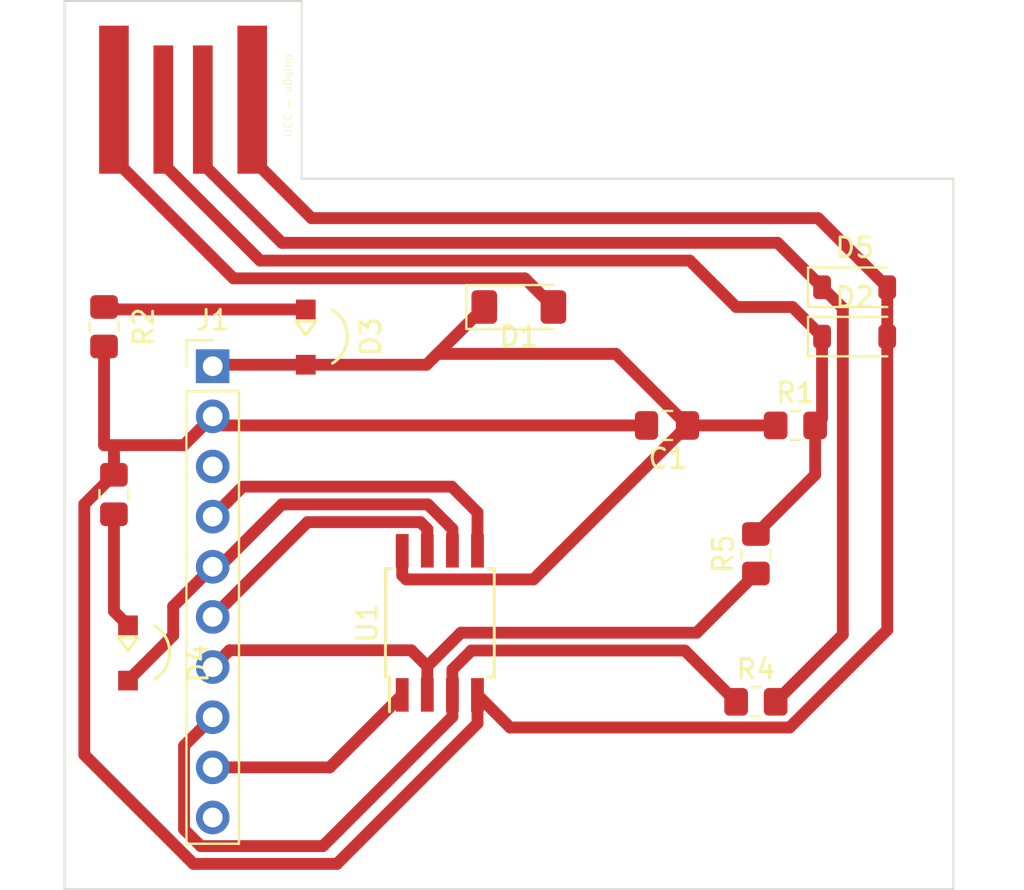
<source format=kicad_pcb>
(kicad_pcb (version 20240108) (generator "pcbnew") (generator_version "8.0")
  (layers (0 "F.Cu" signal) (31 "B.Cu" signal) (34 "B.Paste" user) (35 "F.Paste" user) (36 "B.SilkS" user "B.Silkscreen") (37 "F.SilkS" user "F.Silkscreen") (38 "B.Mask" user) (39 "F.Mask" user) (44 "Edge.Cuts" user))
  (net 0 "")
  (net 1 "GND")
  (net 2 "Net-(D1-A)")
  (net 3 "+5V")
  (net 4 "Net-(D2-K)")
  (net 5 "Net-(D3-K)")
  (net 6 "Net-(D4-K)")
  (net 7 "Net-(D4-A)")
  (net 8 "Net-(D5-K)")
  (net 9 "Net-(J1-Pin_4)")
  (net 10 "Net-(J1-Pin_7)")
  (net 12 "Net-(J1-Pin_6)")
  (net 13 "Net-(J1-Pin_9)")
  (net 14 "Net-(J1-Pin_8)")
  (footprint "Diode_SMD:D_SOD-123" (layer "F.Cu") (at 109 73.5)
    (property "Reference" "D5" (at 0 -2 0) (layer "F.SilkS"))
    (property "Value" "D_Zener  3.6V 1/2mW")
    (fp_line (start -2.36 -1) (end -2.36 1) (stroke (width 0.12)) (layer "F.SilkS"))
    (fp_line (start -2.36 -1) (end 1.65 -1) (stroke (width 0.12)) (layer "F.SilkS"))
    (fp_line (start -2.36 1) (end 1.65 1) (stroke (width 0.12)) (layer "F.SilkS"))
    (pad "1" smd roundrect (at -1.65 0) (size 0.9 1.2) (layers "F.Cu" "F.Paste" "F.Mask") (net 8 "Net-(D5-K)"))
    (pad "2" smd roundrect (at 1.65 0) (size 0.9 1.2) (layers "F.Cu" "F.Paste" "F.Mask") (net 1 "GND"))
  )
  (footprint "Package_SO:SOIC-8W_5.3x5.3mm_P1.27mm" (layer "F.Cu") (at 88 90.5 90)
    (property "Reference" "U1" (at 0 -3.68 90) (layer "F.SilkS"))
    (property "Value" "ATtiny85-20S")
    (fp_line (start 2.75 -2.755) (end 2.75 -2.455) (stroke (width 0.15)) (layer "F.SilkS"))
    (fp_line (start -2.75 -2.755) (end 2.75 -2.755) (stroke (width 0.15)) (layer "F.SilkS"))
    (fp_line (start -2.75 -2.755) (end -2.75 -2.55) (stroke (width 0.15)) (layer "F.SilkS"))
    (fp_line (start -2.75 -2.55) (end -4.5 -2.55) (stroke (width 0.15)) (layer "F.SilkS"))
    (fp_line (start 2.75 2.755) (end 2.75 2.455) (stroke (width 0.15)) (layer "F.SilkS"))
    (fp_line (start -2.75 2.755) (end -2.75 2.455) (stroke (width 0.15)) (layer "F.SilkS"))
    (fp_line (start -2.75 2.755) (end 2.75 2.755) (stroke (width 0.15)) (layer "F.SilkS"))
    (pad "1" smd rect (at -3.65 -1.905 90) (size 1.7 0.65) (layers "F.Cu" "F.Paste" "F.Mask") (net 13 "Net-(J1-Pin_9)"))
    (pad "2" smd rect (at -3.65 -0.635 90) (size 1.7 0.65) (layers "F.Cu" "F.Paste" "F.Mask") (net 10 "Net-(J1-Pin_7)"))
    (pad "3" smd rect (at -3.65 0.635 90) (size 1.7 0.65) (layers "F.Cu" "F.Paste" "F.Mask") (net 14 "Net-(J1-Pin_8)"))
    (pad "4" smd rect (at -3.65 1.905 90) (size 1.7 0.65) (layers "F.Cu" "F.Paste" "F.Mask") (net 1 "GND"))
    (pad "5" smd rect (at 3.65 1.905 90) (size 1.7 0.65) (layers "F.Cu" "F.Paste" "F.Mask") (net 9 "Net-(J1-Pin_4)"))
    (pad "6" smd rect (at 3.65 0.635 90) (size 1.7 0.65) (layers "F.Cu" "F.Paste" "F.Mask") (net 7 "Net-(D4-A)"))
    (pad "7" smd rect (at 3.65 -0.635 90) (size 1.7 0.65) (layers "F.Cu" "F.Paste" "F.Mask") (net 12 "Net-(J1-Pin_6)"))
    (pad "8" smd rect (at 3.65 -1.905 90) (size 1.7 0.65) (layers "F.Cu" "F.Paste" "F.Mask") (net 3 "+5V"))
  )
  (footprint "ledSmd:ledSMD" (layer "F.Cu") (at 81.2125 76.425 -90)
    (property "Reference" "D3" (at -0.425 -3.2875 90) (layer "F.SilkS"))
    (property "Value" "LED_RED")
    (fp_line (start -1.2 0.5) (end -1.2 -0.5) (stroke (width 0.15)) (layer "F.SilkS"))
    (fp_line (start -0.5 0) (end -1.2 0.5) (stroke (width 0.15)) (layer "F.SilkS"))
    (fp_line (start -1.15 -0.475) (end -0.5 0) (stroke (width 0.15)) (layer "F.SilkS"))
    (fp_arc (start -1.786089 -1.331572) (mid -0.435753 -2.107089) (end 0.924999 -1.349999) (stroke (width 0.15)) (layer "F.SilkS"))
    (pad "1" smd rect (at -1.8 0 270) (size 1 1) (layers "F.Cu" "F.Paste" "F.Mask") (net 5 "Net-(D3-K)"))
    (pad "2" smd rect (at 1 0 270) (size 1 1) (layers "F.Cu" "F.Paste" "F.Mask") (net 3 "+5V"))
  )
  (footprint "embeddedPcbUsb:USB_A_UCC" (layer "F.Cu") (at 75 64.2 -90)
    (property "Reference" "J2" (hide yes))
    (property "Value" "USB_PCB_A" (hide yes))
    (fp_text user "UCC - uDuino" (at -2.54 -5.08 90) (layer "F.SilkS") (effects (font (size 0.38608 0.38608) (thickness 0.032512)) (justify right top)))
    (pad "1" smd rect (at -0.2 3.5 270) (size 7.5 1.5) (layers "F.Cu" "F.Paste" "F.Mask") (net 2 "Net-(D1-A)"))
    (pad "2" smd rect (at 0.3 1 270) (size 6.5 1) (layers "F.Cu" "F.Paste" "F.Mask") (net 4 "Net-(D2-K)"))
    (pad "3" smd rect (at 0.3 -1 270) (size 6.5 1) (layers "F.Cu" "F.Paste" "F.Mask") (net 8 "Net-(D5-K)"))
    (pad "4" smd rect (at -0.2 -3.5 270) (size 7.5 1.5) (layers "F.Cu" "F.Paste" "F.Mask") (net 1 "GND"))
  )
  (footprint "Capacitor_SMD:C_0805_2012Metric_Pad1.18x1.45mm_HandSolder" (layer "F.Cu") (at 99.5 80.5 180)
    (property "Reference" "C1" (at -0.0375 -1.68 0) (layer "F.SilkS"))
    (property "Value" "C 0.1u")
    (fp_line (start -0.261252 0.735) (end 0.261252 0.735) (stroke (width 0.12)) (layer "F.SilkS"))
    (fp_line (start -0.261252 -0.735) (end 0.261252 -0.735) (stroke (width 0.12)) (layer "F.SilkS"))
    (pad "1" smd roundrect (at -1.0375 0 180) (size 1.175 1.45) (layers "F.Cu" "F.Paste" "F.Mask") (roundrect_rratio 0.212766) (net 3 "+5V"))
    (pad "2" smd roundrect (at 1.0375 0 180) (size 1.175 1.45) (layers "F.Cu" "F.Paste" "F.Mask") (roundrect_rratio 0.212766) (net 1 "GND"))
  )
  (footprint "Connector_PinHeader_2.54mm:PinHeader_1x10_P2.54mm_Vertical" (layer "F.Cu") (at 76.5 77.5)
    (property "Reference" "J1" (at 0 -2.33 360) (layer "F.SilkS"))
    (property "Value" "Conn_01x10_Socket HEADER")
    (fp_line (start -1.33 -1.33) (end 0 -1.33) (stroke (width 0.12)) (layer "F.SilkS"))
    (fp_line (start -1.33 0) (end -1.33 -1.33) (stroke (width 0.12)) (layer "F.SilkS"))
    (fp_line (start -1.33 1.27) (end -1.33 24.19) (stroke (width 0.12)) (layer "F.SilkS"))
    (fp_line (start -1.33 1.27) (end 1.33 1.27) (stroke (width 0.12)) (layer "F.SilkS"))
    (fp_line (start -1.33 24.19) (end 1.33 24.19) (stroke (width 0.12)) (layer "F.SilkS"))
    (fp_line (start 1.33 1.27) (end 1.33 24.19) (stroke (width 0.12)) (layer "F.SilkS"))
    (pad "1" thru_hole rect (at 0 0) (size 1.7 1.7) (drill 1) (layers "*.Cu" "*.Mask") (net 3 "+5V"))
    (pad "2" thru_hole oval (at 0 2.54) (size 1.7 1.7) (drill 1) (layers "*.Cu" "*.Mask") (net 1 "GND"))
    (pad "3" thru_hole oval (at 0 5.08) (size 1.7 1.7) (drill 1) (layers "*.Cu" "*.Mask"))
    (pad "4" thru_hole oval (at 0 7.62) (size 1.7 1.7) (drill 1) (layers "*.Cu" "*.Mask") (net 9 "Net-(J1-Pin_4)"))
    (pad "5" thru_hole oval (at 0 10.16) (size 1.7 1.7) (drill 1) (layers "*.Cu" "*.Mask") (net 7 "Net-(D4-A)"))
    (pad "6" thru_hole oval (at 0 12.7) (size 1.7 1.7) (drill 1) (layers "*.Cu" "*.Mask") (net 12 "Net-(J1-Pin_6)"))
    (pad "7" thru_hole oval (at 0 15.24) (size 1.7 1.7) (drill 1) (layers "*.Cu" "*.Mask") (net 10 "Net-(J1-Pin_7)"))
    (pad "8" thru_hole oval (at 0 17.78) (size 1.7 1.7) (drill 1) (layers "*.Cu" "*.Mask") (net 14 "Net-(J1-Pin_8)"))
    (pad "9" thru_hole oval (at 0 20.32) (size 1.7 1.7) (drill 1) (layers "*.Cu" "*.Mask") (net 13 "Net-(J1-Pin_9)"))
    (pad "10" thru_hole oval (at 0 22.86) (size 1.7 1.7) (drill 1) (layers "*.Cu" "*.Mask"))
  )
  (footprint "Diode_SMD:D_MiniMELF" (layer "F.Cu") (at 92 74.5)
    (property "Reference" "D1" (at 0 1.5 0) (layer "F.SilkS"))
    (property "Value" "D_Filled PMLL4148L")
    (fp_line (start -2.66 -1.11) (end -2.66 1.11) (stroke (width 0.12)) (layer "F.SilkS"))
    (fp_line (start -2.66 1.11) (end 1.75 1.11) (stroke (width 0.12)) (layer "F.SilkS"))
    (fp_line (start 1.75 -1.11) (end -2.66 -1.11) (stroke (width 0.12)) (layer "F.SilkS"))
    (pad "1" smd roundrect (at -1.75 0) (size 1.3 1.7) (layers "F.Cu" "F.Paste" "F.Mask") (roundrect_rratio 0.1923076923) (net 3 "+5V"))
    (pad "2" smd roundrect (at 1.75 0) (size 1.3 1.7) (layers "F.Cu" "F.Paste" "F.Mask") (roundrect_rratio 0.1923076923) (net 2 "Net-(D1-A)"))
  )
  (footprint "ledSmd:ledSMD" (layer "F.Cu") (at 72.2125 92.425 -90)
    (property "Reference" "D4" (at 0.125 -3.55 90) (layer "F.SilkS"))
    (property "Value" "LED_GREEN")
    (fp_line (start -1.2 0.5) (end -1.2 -0.5) (stroke (width 0.15)) (layer "F.SilkS"))
    (fp_line (start -0.5 0) (end -1.2 0.5) (stroke (width 0.15)) (layer "F.SilkS"))
    (fp_line (start -1.15 -0.475) (end -0.5 0) (stroke (width 0.15)) (layer "F.SilkS"))
    (fp_arc (start -1.786089 -1.331572) (mid -0.435753 -2.107089) (end 0.924999 -1.349999) (stroke (width 0.15)) (layer "F.SilkS"))
    (pad "1" smd rect (at -1.8 0 270) (size 1 1) (layers "F.Cu" "F.Paste" "F.Mask") (net 6 "Net-(D4-K)"))
    (pad "2" smd rect (at 1 0 270) (size 1 1) (layers "F.Cu" "F.Paste" "F.Mask") (net 7 "Net-(D4-A)"))
  )
  (footprint "Resistor_SMD:R_0805_2012Metric_Pad1.20x1.40mm_HandSolder" (layer "F.Cu") (at 71.5 84 90)
    (property "Reference" "R3" (hide yes))
    (property "Value" "R 330Q 5% 1/8W")
    (fp_line (start -0.227064 -0.735) (end 0.227064 -0.735) (stroke (width 0.12)) (layer "F.SilkS"))
    (fp_line (start -0.227064 0.735) (end 0.227064 0.735) (stroke (width 0.12)) (layer "F.SilkS"))
    (pad "1" smd roundrect (at -1 0 90) (size 1.2 1.4) (layers "F.Cu" "F.Paste" "F.Mask") (roundrect_rratio 0.208333) (net 6 "Net-(D4-K)"))
    (pad "2" smd roundrect (at 1 0 90) (size 1.2 1.4) (layers "F.Cu" "F.Paste" "F.Mask") (roundrect_rratio 0.208333) (net 1 "GND"))
  )
  (footprint "Diode_SMD:D_SOD-123" (layer "F.Cu") (at 109 76)
    (property "Reference" "D2" (at 0 -2 0) (layer "F.SilkS"))
    (property "Value" "D_Zener 3.6V 1/2mW")
    (fp_line (start -2.36 -1) (end -2.36 1) (stroke (width 0.12)) (layer "F.SilkS"))
    (fp_line (start -2.36 -1) (end 1.65 -1) (stroke (width 0.12)) (layer "F.SilkS"))
    (fp_line (start -2.36 1) (end 1.65 1) (stroke (width 0.12)) (layer "F.SilkS"))
    (pad "1" smd roundrect (at -1.65 0) (size 0.9 1.2) (layers "F.Cu" "F.Paste" "F.Mask") (net 4 "Net-(D2-K)"))
    (pad "2" smd roundrect (at 1.65 0) (size 0.9 1.2) (layers "F.Cu" "F.Paste" "F.Mask") (net 1 "GND"))
  )
  (footprint "Resistor_SMD:R_0805_2012Metric_Pad1.20x1.40mm_HandSolder" (layer "F.Cu") (at 106 80.5)
    (property "Reference" "R1" (at 0 -1.65 0) (layer "F.SilkS"))
    (property "Value" "R 1.5KQ	5% 1/8W")
    (fp_line (start -0.227064 -0.735) (end 0.227064 -0.735) (stroke (width 0.12)) (layer "F.SilkS"))
    (fp_line (start -0.227064 0.735) (end 0.227064 0.735) (stroke (width 0.12)) (layer "F.SilkS"))
    (pad "1" smd roundrect (at -1 0) (size 1.2 1.4) (layers "F.Cu" "F.Paste" "F.Mask") (roundrect_rratio 0.208333) (net 3 "+5V"))
    (pad "2" smd roundrect (at 1 0) (size 1.2 1.4) (layers "F.Cu" "F.Paste" "F.Mask") (roundrect_rratio 0.208333) (net 4 "Net-(D2-K)"))
  )
  (footprint "Resistor_SMD:R_0805_2012Metric_Pad1.20x1.40mm_HandSolder" (layer "F.Cu") (at 71 75.5 -90)
    (property "Reference" "R2" (at 0 -2 90) (layer "F.SilkS"))
    (property "Value" "R 330Q 5% 1/8W")
    (fp_line (start -0.227064 0.735) (end 0.227064 0.735) (stroke (width 0.12)) (layer "F.SilkS"))
    (fp_line (start -0.227064 -0.735) (end 0.227064 -0.735) (stroke (width 0.12)) (layer "F.SilkS"))
    (pad "1" smd roundrect (at -1 0 270) (size 1.2 1.4) (layers "F.Cu" "F.Paste" "F.Mask") (roundrect_rratio 0.208333) (net 5 "Net-(D3-K)"))
    (pad "2" smd roundrect (at 1 0 270) (size 1.2 1.4) (layers "F.Cu" "F.Paste" "F.Mask") (roundrect_rratio 0.208333) (net 1 "GND"))
  )
  (footprint "Resistor_SMD:R_0805_2012Metric_Pad1.20x1.40mm_HandSolder" (layer "F.Cu") (at 104 87 90)
    (property "Reference" "R5" (at 0 -1.65 90) (layer "F.SilkS"))
    (property "Value" "R 68Q 5% 1/8W")
    (fp_line (start -0.227064 -0.735) (end 0.227064 -0.735) (stroke (width 0.12)) (layer "F.SilkS"))
    (fp_line (start -0.227064 0.735) (end 0.227064 0.735) (stroke (width 0.12)) (layer "F.SilkS"))
    (pad "1" smd roundrect (at -1 0 90) (size 1.2 1.4) (layers "F.Cu" "F.Paste" "F.Mask") (roundrect_rratio 0.208333) (net 10 "Net-(J1-Pin_7)"))
    (pad "2" smd roundrect (at 1 0 90) (size 1.2 1.4) (layers "F.Cu" "F.Paste" "F.Mask") (roundrect_rratio 0.208333) (net 4 "Net-(D2-K)"))
  )
  (footprint "Resistor_SMD:R_0805_2012Metric_Pad1.20x1.40mm_HandSolder" (layer "F.Cu") (at 104 94.5)
    (property "Reference" "R4" (at 0 -1.65 0) (layer "F.SilkS"))
    (property "Value" "R 68Q 5% 1/8W")
    (fp_line (start -0.227064 -0.735) (end 0.227064 -0.735) (stroke (width 0.12)) (layer "F.SilkS"))
    (fp_line (start -0.227064 0.735) (end 0.227064 0.735) (stroke (width 0.12)) (layer "F.SilkS"))
    (pad "1" smd roundrect (at -1 0) (size 1.2 1.4) (layers "F.Cu" "F.Paste" "F.Mask") (roundrect_rratio 0.208333) (net 14 "Net-(J1-Pin_8)"))
    (pad "2" smd roundrect (at 1 0) (size 1.2 1.4) (layers "F.Cu" "F.Paste" "F.Mask") (roundrect_rratio 0.208333) (net 8 "Net-(D5-K)"))
  )
  (gr_poly (pts (xy 69 104) (xy 69 59) (xy 81 59) (xy 81 68) (xy 114 68) (xy 114 104)) (stroke (width 0.1)) (fill none) (layer "Edge.Cuts"))
  (segment (start 110.65 76) (end 110.65 90.85901) (width 0.6) (layer "F.Cu") (net 1))
  (segment (start 89.905 94.15) (end 89.905 95.595) (width 0.6) (layer "F.Cu") (net 1))
  (segment (start 70 84.49099) (end 71.49099 83) (width 0.6) (layer "F.Cu") (net 1))
  (segment (start 71.5 81.5) (end 75.04 81.5) (width 0.6) (layer "F.Cu") (net 1))
  (segment (start 71 76.5) (end 71 81.5) (width 0.6) (layer "F.Cu") (net 1))
  (segment (start 105.70901 95.8) (end 91.555 95.8) (width 0.6) (layer "F.Cu") (net 1))
  (segment (start 78.5 64) (end 78.5 67) (width 0.6) (layer "F.Cu") (net 1))
  (segment (start 98.4625 80.5) (end 76.96 80.5) (width 0.6) (layer "F.Cu") (net 1))
  (segment (start 70 97.183402) (end 70 84.49099) (width 0.6) (layer "F.Cu") (net 1))
  (segment (start 110.65 73.5) (end 110.65 76) (width 0.6) (layer "F.Cu") (net 1))
  (segment (start 110.65 90.85901) (end 105.70901 95.8) (width 0.6) (layer "F.Cu") (net 1))
  (segment (start 76.96 80.5) (end 76.5 80.04) (width 0.6) (layer "F.Cu") (net 1))
  (segment (start 78.5 67) (end 81.5 70) (width 0.6) (layer "F.Cu") (net 1))
  (segment (start 75.04 81.5) (end 76.5 80.04) (width 0.6) (layer "F.Cu") (net 1))
  (segment (start 75.526598 102.71) (end 70 97.183402) (width 0.6) (layer "F.Cu") (net 1))
  (segment (start 71.49099 83) (end 71.5 83) (width 0.6) (layer "F.Cu") (net 1))
  (segment (start 82.79 102.71) (end 75.526598 102.71) (width 0.6) (layer "F.Cu") (net 1))
  (segment (start 71.5 83) (end 71.5 82) (width 0.6) (layer "F.Cu") (net 1))
  (segment (start 71 81.5) (end 71.5 81.5) (width 0.6) (layer "F.Cu") (net 1))
  (segment (start 89.905 95.595) (end 82.79 102.71) (width 0.6) (layer "F.Cu") (net 1))
  (segment (start 71.5 83) (end 71.5 81.5) (width 0.6) (layer "F.Cu") (net 1))
  (segment (start 91.555 95.8) (end 89.905 94.15) (width 0.6) (layer "F.Cu") (net 1))
  (segment (start 81.5 70) (end 107.15 70) (width 0.6) (layer "F.Cu") (net 1))
  (segment (start 107.15 70) (end 110.65 73.5) (width 0.6) (layer "F.Cu") (net 1))
  (segment (start 92.3 73.05) (end 93.75 74.5) (width 0.6) (layer "F.Cu") (net 2))
  (segment (start 77.55 73.05) (end 92.3 73.05) (width 0.6) (layer "F.Cu") (net 2))
  (segment (start 71.5 67) (end 77.55 73.05) (width 0.6) (layer "F.Cu") (net 2))
  (segment (start 71.5 64) (end 71.5 67) (width 0.6) (layer "F.Cu") (net 2))
  (segment (start 96.9125 76.875) (end 100.5375 80.5) (width 0.6) (layer "F.Cu") (net 3))
  (segment (start 86.095 88.095) (end 86.095 86.85) (width 0.6) (layer "F.Cu") (net 3))
  (segment (start 87.325 77.425) (end 87.625 77.125) (width 0.6) (layer "F.Cu") (net 3))
  (segment (start 92.7375 88.3) (end 86.3 88.3) (width 0.6) (layer "F.Cu") (net 3))
  (segment (start 87.625 77.125) (end 90.25 74.5) (width 0.6) (layer "F.Cu") (net 3))
  (segment (start 81.2125 77.425) (end 76.575 77.425) (width 0.6) (layer "F.Cu") (net 3))
  (segment (start 86.3 88.3) (end 86.095 88.095) (width 0.6) (layer "F.Cu") (net 3))
  (segment (start 76.575 77.425) (end 76.5 77.5) (width 0.6) (layer "F.Cu") (net 3))
  (segment (start 87.625 77.125) (end 87.875 76.875) (width 0.6) (layer "F.Cu") (net 3))
  (segment (start 100.5375 80.5) (end 92.7375 88.3) (width 0.6) (layer "F.Cu") (net 3))
  (segment (start 87.875 76.875) (end 96.9125 76.875) (width 0.6) (layer "F.Cu") (net 3))
  (segment (start 81.2125 77.425) (end 87.325 77.425) (width 0.6) (layer "F.Cu") (net 3))
  (segment (start 100.5375 80.5) (end 105 80.5) (width 0.6) (layer "F.Cu") (net 3))
  (segment (start 74 67.25) (end 78.9 72.15) (width 0.6) (layer "F.Cu") (net 4))
  (segment (start 74 64.5) (end 74 67.25) (width 0.6) (layer "F.Cu") (net 4))
  (segment (start 107 83) (end 104 86) (width 0.6) (layer "F.Cu") (net 4))
  (segment (start 107.35 76) (end 107.35 80.15) (width 0.6) (layer "F.Cu") (net 4))
  (segment (start 100.65 72.15) (end 103 74.5) (width 0.6) (layer "F.Cu") (net 4))
  (segment (start 107 80.5) (end 107 83) (width 0.6) (layer "F.Cu") (net 4))
  (segment (start 107.35 80.15) (end 107 80.5) (width 0.6) (layer "F.Cu") (net 4))
  (segment (start 103 74.5) (end 105.85 74.5) (width 0.6) (layer "F.Cu") (net 4))
  (segment (start 78.9 72.15) (end 100.65 72.15) (width 0.6) (layer "F.Cu") (net 4))
  (segment (start 105.85 74.5) (end 107.35 76) (width 0.6) (layer "F.Cu") (net 4))
  (segment (start 71.5 74.5) (end 71.625 74.625) (width 0.6) (layer "F.Cu") (net 5))
  (segment (start 71.625 74.625) (end 81.2125 74.625) (width 0.6) (layer "F.Cu") (net 5))
  (segment (start 71 74.5) (end 71.5 74.5) (width 0.6) (layer "F.Cu") (net 5))
  (segment (start 71.5 89.9125) (end 72.2125 90.625) (width 0.6) (layer "F.Cu") (net 6))
  (segment (start 71.5 85) (end 71.5 89.9125) (width 0.6) (layer "F.Cu") (net 6))
  (segment (start 80 84.5) (end 87.392792 84.5) (width 0.6) (layer "F.Cu") (net 7))
  (segment (start 76.5 87.66) (end 76.84 87.66) (width 0.6) (layer "F.Cu") (net 7))
  (segment (start 74.5 91.1375) (end 74.5 89.66) (width 0.6) (layer "F.Cu") (net 7))
  (segment (start 87.392792 84.5) (end 88.635 85.742208) (width 0.6) (layer "F.Cu") (net 7))
  (segment (start 72.2125 93.425) (end 74.5 91.1375) (width 0.6) (layer "F.Cu") (net 7))
  (segment (start 76.84 87.66) (end 80 84.5) (width 0.6) (layer "F.Cu") (net 7))
  (segment (start 88.635 85.742208) (end 88.635 86.85) (width 0.6) (layer "F.Cu") (net 7))
  (segment (start 74.5 89.66) (end 76.5 87.66) (width 0.6) (layer "F.Cu") (net 7))
  (segment (start 76 64.5) (end 76 67.25) (width 0.6) (layer "F.Cu") (net 8))
  (segment (start 108.4 91.1) (end 108.4 74.55) (width 0.6) (layer "F.Cu") (net 8))
  (segment (start 76 67.25) (end 80 71.25) (width 0.6) (layer "F.Cu") (net 8))
  (segment (start 80 71.25) (end 105.1 71.25) (width 0.6) (layer "F.Cu") (net 8))
  (segment (start 105.1 71.25) (end 107.35 73.5) (width 0.6) (layer "F.Cu") (net 8))
  (segment (start 105 94.5) (end 108.4 91.1) (width 0.6) (layer "F.Cu") (net 8))
  (segment (start 108.4 74.55) (end 107.35 73.5) (width 0.6) (layer "F.Cu") (net 8))
  (segment (start 76.5 85.12) (end 78.02 83.6) (width 0.6) (layer "F.Cu") (net 9))
  (segment (start 88.6 83.6) (end 89.905 84.905) (width 0.6) (layer "F.Cu") (net 9))
  (segment (start 78.02 83.6) (end 88.6 83.6) (width 0.6) (layer "F.Cu") (net 9))
  (segment (start 89.905 84.905) (end 89.905 86.85) (width 0.6) (layer "F.Cu") (net 9))
  (segment (start 101 91) (end 104 88) (width 0.6) (layer "F.Cu") (net 10))
  (segment (start 86.555 91.89) (end 87.365 92.7) (width 0.6) (layer "F.Cu") (net 10))
  (segment (start 76.5 92.74) (end 77.35 91.89) (width 0.6) (layer "F.Cu") (net 10))
  (segment (start 87.365 92.7) (end 89.065 91) (width 0.6) (layer "F.Cu") (net 10))
  (segment (start 87.365 92.7) (end 87.365 94.15) (width 0.6) (layer "F.Cu") (net 10))
  (segment (start 89.065 91) (end 101 91) (width 0.6) (layer "F.Cu") (net 10))
  (segment (start 77.35 91.89) (end 86.555 91.89) (width 0.6) (layer "F.Cu") (net 10))
  (segment (start 87.365 85.745) (end 87.365 86.85) (width 0.6) (layer "F.Cu") (net 12))
  (segment (start 81.3 85.4) (end 87.02 85.4) (width 0.6) (layer "F.Cu") (net 12))
  (segment (start 76.5 90.2) (end 81.3 85.4) (width 0.6) (layer "F.Cu") (net 12))
  (segment (start 87.02 85.4) (end 87.365 85.745) (width 0.6) (layer "F.Cu") (net 12))
  (segment (start 82.425 97.82) (end 86.095 94.15) (width 0.6) (layer "F.Cu") (net 13))
  (segment (start 76.5 97.82) (end 82.425 97.82) (width 0.6) (layer "F.Cu") (net 13))
  (segment (start 75.05 100.96061) (end 75.89939 101.81) (width 0.6) (layer "F.Cu") (net 14))
  (segment (start 89.6 91.9) (end 88.635 92.865) (width 0.6) (layer "F.Cu") (net 14))
  (segment (start 82.08 101.81) (end 88.635 95.255) (width 0.6) (layer "F.Cu") (net 14))
  (segment (start 100.4 91.9) (end 89.6 91.9) (width 0.6) (layer "F.Cu") (net 14))
  (segment (start 88.635 92.865) (end 88.635 94.15) (width 0.6) (layer "F.Cu") (net 14))
  (segment (start 75.05 96.73) (end 75.05 100.96061) (width 0.6) (layer "F.Cu") (net 14))
  (segment (start 75.89939 101.81) (end 82.08 101.81) (width 0.6) (layer "F.Cu") (net 14))
  (segment (start 103 94.5) (end 100.4 91.9) (width 0.6) (layer "F.Cu") (net 14))
  (segment (start 88.635 95.255) (end 88.635 94.15) (width 0.6) (layer "F.Cu") (net 14))
  (segment (start 76.5 95.28) (end 75.05 96.73) (width 0.6) (layer "F.Cu") (net 14))
)
</source>
